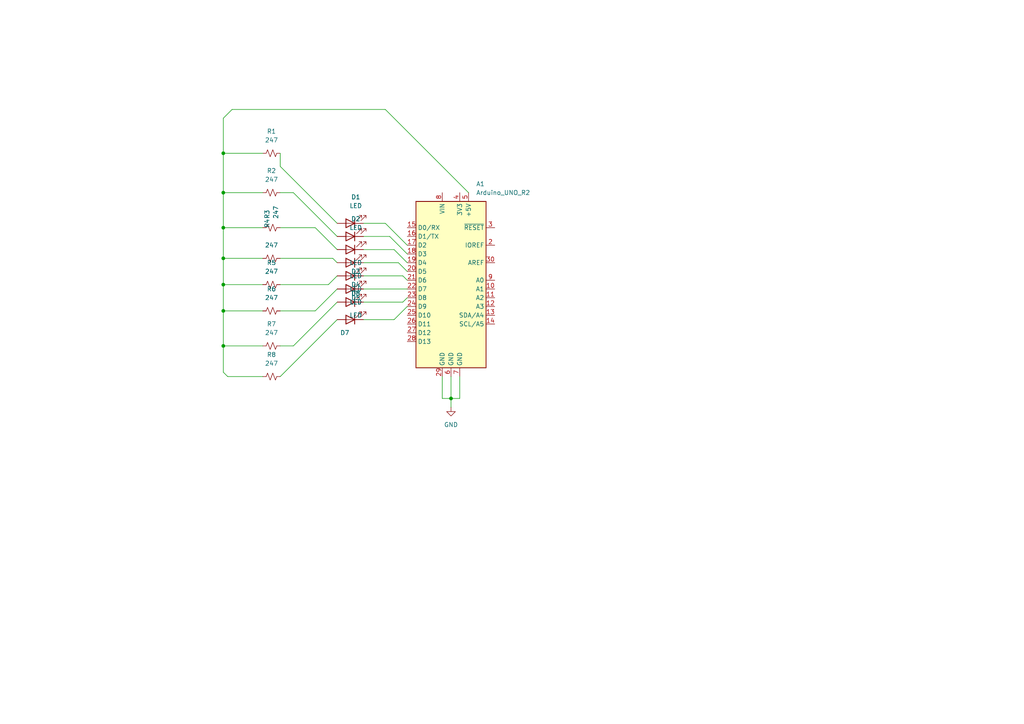
<source format=kicad_sch>
(kicad_sch (version 20230121) (generator eeschema)

  (uuid def8a1bb-2a9e-4ba1-a3a5-c95dfae714fc)

  (paper "A4")

  (title_block
    (title "Arduino UNO LED Shield ")
    (date "16/01/2024")
    (rev "1")
    (company "HOCHIMINH UNIVERSITY OF TECHNOLOGY")
    (comment 1 "Embedded System")
  )

  (lib_symbols
    (symbol "Device:LED" (pin_numbers hide) (pin_names (offset 1.016) hide) (in_bom yes) (on_board yes)
      (property "Reference" "D" (at 0 2.54 0)
        (effects (font (size 1.27 1.27)))
      )
      (property "Value" "LED" (at 0 -2.54 0)
        (effects (font (size 1.27 1.27)))
      )
      (property "Footprint" "" (at 0 0 0)
        (effects (font (size 1.27 1.27)) hide)
      )
      (property "Datasheet" "~" (at 0 0 0)
        (effects (font (size 1.27 1.27)) hide)
      )
      (property "ki_keywords" "LED diode" (at 0 0 0)
        (effects (font (size 1.27 1.27)) hide)
      )
      (property "ki_description" "Light emitting diode" (at 0 0 0)
        (effects (font (size 1.27 1.27)) hide)
      )
      (property "ki_fp_filters" "LED* LED_SMD:* LED_THT:*" (at 0 0 0)
        (effects (font (size 1.27 1.27)) hide)
      )
      (symbol "LED_0_1"
        (polyline
          (pts
            (xy -1.27 -1.27)
            (xy -1.27 1.27)
          )
          (stroke (width 0.254) (type default))
          (fill (type none))
        )
        (polyline
          (pts
            (xy -1.27 0)
            (xy 1.27 0)
          )
          (stroke (width 0) (type default))
          (fill (type none))
        )
        (polyline
          (pts
            (xy 1.27 -1.27)
            (xy 1.27 1.27)
            (xy -1.27 0)
            (xy 1.27 -1.27)
          )
          (stroke (width 0.254) (type default))
          (fill (type none))
        )
        (polyline
          (pts
            (xy -3.048 -0.762)
            (xy -4.572 -2.286)
            (xy -3.81 -2.286)
            (xy -4.572 -2.286)
            (xy -4.572 -1.524)
          )
          (stroke (width 0) (type default))
          (fill (type none))
        )
        (polyline
          (pts
            (xy -1.778 -0.762)
            (xy -3.302 -2.286)
            (xy -2.54 -2.286)
            (xy -3.302 -2.286)
            (xy -3.302 -1.524)
          )
          (stroke (width 0) (type default))
          (fill (type none))
        )
      )
      (symbol "LED_1_1"
        (pin passive line (at -3.81 0 0) (length 2.54)
          (name "K" (effects (font (size 1.27 1.27))))
          (number "1" (effects (font (size 1.27 1.27))))
        )
        (pin passive line (at 3.81 0 180) (length 2.54)
          (name "A" (effects (font (size 1.27 1.27))))
          (number "2" (effects (font (size 1.27 1.27))))
        )
      )
    )
    (symbol "Device:R_Small_US" (pin_numbers hide) (pin_names (offset 0.254) hide) (in_bom yes) (on_board yes)
      (property "Reference" "R" (at 0.762 0.508 0)
        (effects (font (size 1.27 1.27)) (justify left))
      )
      (property "Value" "R_Small_US" (at 0.762 -1.016 0)
        (effects (font (size 1.27 1.27)) (justify left))
      )
      (property "Footprint" "" (at 0 0 0)
        (effects (font (size 1.27 1.27)) hide)
      )
      (property "Datasheet" "~" (at 0 0 0)
        (effects (font (size 1.27 1.27)) hide)
      )
      (property "ki_keywords" "r resistor" (at 0 0 0)
        (effects (font (size 1.27 1.27)) hide)
      )
      (property "ki_description" "Resistor, small US symbol" (at 0 0 0)
        (effects (font (size 1.27 1.27)) hide)
      )
      (property "ki_fp_filters" "R_*" (at 0 0 0)
        (effects (font (size 1.27 1.27)) hide)
      )
      (symbol "R_Small_US_1_1"
        (polyline
          (pts
            (xy 0 0)
            (xy 1.016 -0.381)
            (xy 0 -0.762)
            (xy -1.016 -1.143)
            (xy 0 -1.524)
          )
          (stroke (width 0) (type default))
          (fill (type none))
        )
        (polyline
          (pts
            (xy 0 1.524)
            (xy 1.016 1.143)
            (xy 0 0.762)
            (xy -1.016 0.381)
            (xy 0 0)
          )
          (stroke (width 0) (type default))
          (fill (type none))
        )
        (pin passive line (at 0 2.54 270) (length 1.016)
          (name "~" (effects (font (size 1.27 1.27))))
          (number "1" (effects (font (size 1.27 1.27))))
        )
        (pin passive line (at 0 -2.54 90) (length 1.016)
          (name "~" (effects (font (size 1.27 1.27))))
          (number "2" (effects (font (size 1.27 1.27))))
        )
      )
    )
    (symbol "MCU_Module:Arduino_UNO_R2" (in_bom yes) (on_board yes)
      (property "Reference" "A" (at -10.16 23.495 0)
        (effects (font (size 1.27 1.27)) (justify left bottom))
      )
      (property "Value" "Arduino_UNO_R2" (at 5.08 -26.67 0)
        (effects (font (size 1.27 1.27)) (justify left top))
      )
      (property "Footprint" "Module:Arduino_UNO_R2" (at 0 0 0)
        (effects (font (size 1.27 1.27) italic) hide)
      )
      (property "Datasheet" "https://www.arduino.cc/en/Main/arduinoBoardUno" (at 0 0 0)
        (effects (font (size 1.27 1.27)) hide)
      )
      (property "ki_keywords" "Arduino UNO R3 Microcontroller Module Atmel AVR USB" (at 0 0 0)
        (effects (font (size 1.27 1.27)) hide)
      )
      (property "ki_description" "Arduino UNO Microcontroller Module, release 2" (at 0 0 0)
        (effects (font (size 1.27 1.27)) hide)
      )
      (property "ki_fp_filters" "Arduino*UNO*R2*" (at 0 0 0)
        (effects (font (size 1.27 1.27)) hide)
      )
      (symbol "Arduino_UNO_R2_0_1"
        (rectangle (start -10.16 22.86) (end 10.16 -25.4)
          (stroke (width 0.254) (type default))
          (fill (type background))
        )
      )
      (symbol "Arduino_UNO_R2_1_1"
        (pin no_connect line (at -10.16 -20.32 0) (length 2.54) hide
          (name "NC" (effects (font (size 1.27 1.27))))
          (number "1" (effects (font (size 1.27 1.27))))
        )
        (pin bidirectional line (at 12.7 -2.54 180) (length 2.54)
          (name "A1" (effects (font (size 1.27 1.27))))
          (number "10" (effects (font (size 1.27 1.27))))
        )
        (pin bidirectional line (at 12.7 -5.08 180) (length 2.54)
          (name "A2" (effects (font (size 1.27 1.27))))
          (number "11" (effects (font (size 1.27 1.27))))
        )
        (pin bidirectional line (at 12.7 -7.62 180) (length 2.54)
          (name "A3" (effects (font (size 1.27 1.27))))
          (number "12" (effects (font (size 1.27 1.27))))
        )
        (pin bidirectional line (at 12.7 -10.16 180) (length 2.54)
          (name "SDA/A4" (effects (font (size 1.27 1.27))))
          (number "13" (effects (font (size 1.27 1.27))))
        )
        (pin bidirectional line (at 12.7 -12.7 180) (length 2.54)
          (name "SCL/A5" (effects (font (size 1.27 1.27))))
          (number "14" (effects (font (size 1.27 1.27))))
        )
        (pin bidirectional line (at -12.7 15.24 0) (length 2.54)
          (name "D0/RX" (effects (font (size 1.27 1.27))))
          (number "15" (effects (font (size 1.27 1.27))))
        )
        (pin bidirectional line (at -12.7 12.7 0) (length 2.54)
          (name "D1/TX" (effects (font (size 1.27 1.27))))
          (number "16" (effects (font (size 1.27 1.27))))
        )
        (pin bidirectional line (at -12.7 10.16 0) (length 2.54)
          (name "D2" (effects (font (size 1.27 1.27))))
          (number "17" (effects (font (size 1.27 1.27))))
        )
        (pin bidirectional line (at -12.7 7.62 0) (length 2.54)
          (name "D3" (effects (font (size 1.27 1.27))))
          (number "18" (effects (font (size 1.27 1.27))))
        )
        (pin bidirectional line (at -12.7 5.08 0) (length 2.54)
          (name "D4" (effects (font (size 1.27 1.27))))
          (number "19" (effects (font (size 1.27 1.27))))
        )
        (pin output line (at 12.7 10.16 180) (length 2.54)
          (name "IOREF" (effects (font (size 1.27 1.27))))
          (number "2" (effects (font (size 1.27 1.27))))
        )
        (pin bidirectional line (at -12.7 2.54 0) (length 2.54)
          (name "D5" (effects (font (size 1.27 1.27))))
          (number "20" (effects (font (size 1.27 1.27))))
        )
        (pin bidirectional line (at -12.7 0 0) (length 2.54)
          (name "D6" (effects (font (size 1.27 1.27))))
          (number "21" (effects (font (size 1.27 1.27))))
        )
        (pin bidirectional line (at -12.7 -2.54 0) (length 2.54)
          (name "D7" (effects (font (size 1.27 1.27))))
          (number "22" (effects (font (size 1.27 1.27))))
        )
        (pin bidirectional line (at -12.7 -5.08 0) (length 2.54)
          (name "D8" (effects (font (size 1.27 1.27))))
          (number "23" (effects (font (size 1.27 1.27))))
        )
        (pin bidirectional line (at -12.7 -7.62 0) (length 2.54)
          (name "D9" (effects (font (size 1.27 1.27))))
          (number "24" (effects (font (size 1.27 1.27))))
        )
        (pin bidirectional line (at -12.7 -10.16 0) (length 2.54)
          (name "D10" (effects (font (size 1.27 1.27))))
          (number "25" (effects (font (size 1.27 1.27))))
        )
        (pin bidirectional line (at -12.7 -12.7 0) (length 2.54)
          (name "D11" (effects (font (size 1.27 1.27))))
          (number "26" (effects (font (size 1.27 1.27))))
        )
        (pin bidirectional line (at -12.7 -15.24 0) (length 2.54)
          (name "D12" (effects (font (size 1.27 1.27))))
          (number "27" (effects (font (size 1.27 1.27))))
        )
        (pin bidirectional line (at -12.7 -17.78 0) (length 2.54)
          (name "D13" (effects (font (size 1.27 1.27))))
          (number "28" (effects (font (size 1.27 1.27))))
        )
        (pin power_in line (at -2.54 -27.94 90) (length 2.54)
          (name "GND" (effects (font (size 1.27 1.27))))
          (number "29" (effects (font (size 1.27 1.27))))
        )
        (pin input line (at 12.7 15.24 180) (length 2.54)
          (name "~{RESET}" (effects (font (size 1.27 1.27))))
          (number "3" (effects (font (size 1.27 1.27))))
        )
        (pin input line (at 12.7 5.08 180) (length 2.54)
          (name "AREF" (effects (font (size 1.27 1.27))))
          (number "30" (effects (font (size 1.27 1.27))))
        )
        (pin power_out line (at 2.54 25.4 270) (length 2.54)
          (name "3V3" (effects (font (size 1.27 1.27))))
          (number "4" (effects (font (size 1.27 1.27))))
        )
        (pin power_out line (at 5.08 25.4 270) (length 2.54)
          (name "+5V" (effects (font (size 1.27 1.27))))
          (number "5" (effects (font (size 1.27 1.27))))
        )
        (pin power_in line (at 0 -27.94 90) (length 2.54)
          (name "GND" (effects (font (size 1.27 1.27))))
          (number "6" (effects (font (size 1.27 1.27))))
        )
        (pin power_in line (at 2.54 -27.94 90) (length 2.54)
          (name "GND" (effects (font (size 1.27 1.27))))
          (number "7" (effects (font (size 1.27 1.27))))
        )
        (pin power_in line (at -2.54 25.4 270) (length 2.54)
          (name "VIN" (effects (font (size 1.27 1.27))))
          (number "8" (effects (font (size 1.27 1.27))))
        )
        (pin bidirectional line (at 12.7 0 180) (length 2.54)
          (name "A0" (effects (font (size 1.27 1.27))))
          (number "9" (effects (font (size 1.27 1.27))))
        )
      )
    )
    (symbol "power:GND" (power) (pin_names (offset 0)) (in_bom yes) (on_board yes)
      (property "Reference" "#PWR" (at 0 -6.35 0)
        (effects (font (size 1.27 1.27)) hide)
      )
      (property "Value" "GND" (at 0 -3.81 0)
        (effects (font (size 1.27 1.27)))
      )
      (property "Footprint" "" (at 0 0 0)
        (effects (font (size 1.27 1.27)) hide)
      )
      (property "Datasheet" "" (at 0 0 0)
        (effects (font (size 1.27 1.27)) hide)
      )
      (property "ki_keywords" "global power" (at 0 0 0)
        (effects (font (size 1.27 1.27)) hide)
      )
      (property "ki_description" "Power symbol creates a global label with name \"GND\" , ground" (at 0 0 0)
        (effects (font (size 1.27 1.27)) hide)
      )
      (symbol "GND_0_1"
        (polyline
          (pts
            (xy 0 0)
            (xy 0 -1.27)
            (xy 1.27 -1.27)
            (xy 0 -2.54)
            (xy -1.27 -1.27)
            (xy 0 -1.27)
          )
          (stroke (width 0) (type default))
          (fill (type none))
        )
      )
      (symbol "GND_1_1"
        (pin power_in line (at 0 0 270) (length 0) hide
          (name "GND" (effects (font (size 1.27 1.27))))
          (number "1" (effects (font (size 1.27 1.27))))
        )
      )
    )
  )

  (junction (at 64.77 74.93) (diameter 0) (color 0 0 0 0)
    (uuid 19ac0a7f-209d-4a96-ae0d-b3e2307a088f)
  )
  (junction (at 64.77 90.17) (diameter 0) (color 0 0 0 0)
    (uuid 27891fda-8416-41c9-ae30-e232eff7b017)
  )
  (junction (at 130.81 115.57) (diameter 0) (color 0 0 0 0)
    (uuid 3fe10acc-ad49-4013-97cf-56a8bcf8c727)
  )
  (junction (at 64.77 100.33) (diameter 0) (color 0 0 0 0)
    (uuid 742a410d-bf17-40e7-97cc-3e89ba69a0c0)
  )
  (junction (at 64.77 44.45) (diameter 0) (color 0 0 0 0)
    (uuid acdc93f4-9e74-48ca-b6ad-c386416bd8e5)
  )
  (junction (at 64.77 66.04) (diameter 0) (color 0 0 0 0)
    (uuid afa5fc11-7ca9-4f5f-8967-e5bde099c136)
  )
  (junction (at 64.77 55.88) (diameter 0) (color 0 0 0 0)
    (uuid b6624cd5-2043-45bc-810b-6f3dcad2944e)
  )
  (junction (at 64.77 82.55) (diameter 0) (color 0 0 0 0)
    (uuid d88356ff-d57c-41c8-9598-14d6441bd2cd)
  )

  (wire (pts (xy 64.77 82.55) (xy 76.2 82.55))
    (stroke (width 0) (type default))
    (uuid 06454206-74c8-4349-b140-2524fd0c649f)
  )
  (wire (pts (xy 105.41 76.2) (xy 115.57 76.2))
    (stroke (width 0) (type default))
    (uuid 12e8bbf2-9b5e-4514-b7cc-c7ac0c4781d8)
  )
  (wire (pts (xy 115.57 76.2) (xy 118.11 78.74))
    (stroke (width 0) (type default))
    (uuid 1623d546-4b53-4a9f-b977-5a4ccac6aad3)
  )
  (wire (pts (xy 81.28 66.04) (xy 91.44 66.04))
    (stroke (width 0) (type default))
    (uuid 17c2b29f-1410-4e32-a983-38d56340bb1f)
  )
  (wire (pts (xy 64.77 100.33) (xy 76.2 100.33))
    (stroke (width 0) (type default))
    (uuid 295d8ba8-f6f8-4d69-b97d-732fde47d883)
  )
  (wire (pts (xy 81.28 100.33) (xy 85.09 100.33))
    (stroke (width 0) (type default))
    (uuid 2f316d4e-48b9-400e-833d-0229e4ac9747)
  )
  (wire (pts (xy 81.28 109.22) (xy 97.79 92.71))
    (stroke (width 0) (type default))
    (uuid 3115797f-90d5-4c2a-970e-8619c40c98d8)
  )
  (wire (pts (xy 105.41 72.39) (xy 114.3 72.39))
    (stroke (width 0) (type default))
    (uuid 357c99d5-fa69-4ac2-bda3-c0d2a82aef26)
  )
  (wire (pts (xy 64.77 107.95) (xy 64.77 100.33))
    (stroke (width 0) (type default))
    (uuid 38aee794-22ea-4aa4-9ef6-b4b0ef29555d)
  )
  (wire (pts (xy 111.76 64.77) (xy 118.11 71.12))
    (stroke (width 0) (type default))
    (uuid 3c9ef6c5-24b7-4875-bfa8-ce7c53c005fa)
  )
  (wire (pts (xy 105.41 92.71) (xy 114.3 92.71))
    (stroke (width 0) (type default))
    (uuid 44ab1d66-eff8-4f2b-8b6c-21a66a5852e2)
  )
  (wire (pts (xy 81.28 55.88) (xy 85.09 55.88))
    (stroke (width 0) (type default))
    (uuid 49d671c0-b9f0-4874-a965-d4daa8a8f147)
  )
  (wire (pts (xy 64.77 44.45) (xy 76.2 44.45))
    (stroke (width 0) (type default))
    (uuid 4b6fb382-8cfc-4504-80b4-14464ca15df0)
  )
  (wire (pts (xy 130.81 115.57) (xy 130.81 118.11))
    (stroke (width 0) (type default))
    (uuid 4d3cc23b-ea09-4ae4-b477-7772d18002d0)
  )
  (wire (pts (xy 133.35 109.22) (xy 133.35 115.57))
    (stroke (width 0) (type default))
    (uuid 4fbe3fa1-efec-40ca-a7b0-11885517e210)
  )
  (wire (pts (xy 81.28 44.45) (xy 81.28 48.26))
    (stroke (width 0) (type default))
    (uuid 5481df99-2111-4278-877a-0b6f7e5bf6c7)
  )
  (wire (pts (xy 128.27 115.57) (xy 130.81 115.57))
    (stroke (width 0) (type default))
    (uuid 55c25e12-d45a-43a0-b756-63278d9a30f5)
  )
  (wire (pts (xy 81.28 48.26) (xy 97.79 64.77))
    (stroke (width 0) (type default))
    (uuid 5727f30e-d145-4411-9149-3181fa36005e)
  )
  (wire (pts (xy 133.35 115.57) (xy 130.81 115.57))
    (stroke (width 0) (type default))
    (uuid 5ac5dc8b-0820-406e-9c4c-ec53ecbcdeba)
  )
  (wire (pts (xy 67.31 31.75) (xy 111.76 31.75))
    (stroke (width 0) (type default))
    (uuid 638e4250-9099-4db3-bc6a-c66893de762f)
  )
  (wire (pts (xy 114.3 72.39) (xy 118.11 76.2))
    (stroke (width 0) (type default))
    (uuid 70e2f4b9-094a-4f1d-885e-11fb0e71f57d)
  )
  (wire (pts (xy 91.44 90.17) (xy 97.79 83.82))
    (stroke (width 0) (type default))
    (uuid 7495ffee-6949-47cd-9602-5be50d3eeb93)
  )
  (wire (pts (xy 64.77 74.93) (xy 64.77 66.04))
    (stroke (width 0) (type default))
    (uuid 7528127f-c2df-411f-889e-811e325f9fb2)
  )
  (wire (pts (xy 105.41 64.77) (xy 111.76 64.77))
    (stroke (width 0) (type default))
    (uuid 7bc7fc70-c260-4d2e-98c9-ce7bbfd567b2)
  )
  (wire (pts (xy 64.77 74.93) (xy 76.2 74.93))
    (stroke (width 0) (type default))
    (uuid 81f61a58-de91-4d0a-a8d6-9da75426a17f)
  )
  (wire (pts (xy 95.25 82.55) (xy 97.79 80.01))
    (stroke (width 0) (type default))
    (uuid 824be819-cfc4-4a57-ad2b-f4dbcea01bb4)
  )
  (wire (pts (xy 76.2 109.22) (xy 66.04 109.22))
    (stroke (width 0) (type default))
    (uuid 86183a65-cb55-4f93-a938-95fc93b75738)
  )
  (wire (pts (xy 128.27 109.22) (xy 128.27 115.57))
    (stroke (width 0) (type default))
    (uuid 88d05796-78fd-4536-8a2f-a79fb9dc3d9b)
  )
  (wire (pts (xy 130.81 109.22) (xy 130.81 115.57))
    (stroke (width 0) (type default))
    (uuid 8cc27dc6-ed42-4529-94db-4214addf498e)
  )
  (wire (pts (xy 105.41 68.58) (xy 113.03 68.58))
    (stroke (width 0) (type default))
    (uuid 8f4e0ac2-3335-4be6-9e33-b6545f7cd48d)
  )
  (wire (pts (xy 64.77 90.17) (xy 64.77 82.55))
    (stroke (width 0) (type default))
    (uuid 943d8f79-ac93-4111-9631-15eaabfc0814)
  )
  (wire (pts (xy 64.77 34.29) (xy 67.31 31.75))
    (stroke (width 0) (type default))
    (uuid 956fec4d-7392-4a0d-a424-bdbac57f02db)
  )
  (wire (pts (xy 85.09 100.33) (xy 97.79 87.63))
    (stroke (width 0) (type default))
    (uuid 9902852e-ff80-4eda-bbaf-85c8a08411ac)
  )
  (wire (pts (xy 116.84 80.01) (xy 118.11 81.28))
    (stroke (width 0) (type default))
    (uuid 9fcd78aa-8e89-41e9-8fa5-4b13d4643e68)
  )
  (wire (pts (xy 64.77 66.04) (xy 76.2 66.04))
    (stroke (width 0) (type default))
    (uuid aba40ecb-59f4-4358-8076-ae366251e181)
  )
  (wire (pts (xy 64.77 44.45) (xy 64.77 34.29))
    (stroke (width 0) (type default))
    (uuid aeacac8f-3691-4ecd-857b-58a1dd8bf07b)
  )
  (wire (pts (xy 105.41 83.82) (xy 118.11 83.82))
    (stroke (width 0) (type default))
    (uuid b0540122-56aa-42e3-ada0-a8010de81daf)
  )
  (wire (pts (xy 64.77 90.17) (xy 76.2 90.17))
    (stroke (width 0) (type default))
    (uuid b16ec109-f024-4c57-8ae2-bc590134f084)
  )
  (wire (pts (xy 81.28 90.17) (xy 91.44 90.17))
    (stroke (width 0) (type default))
    (uuid b373e745-8afc-4eb3-a8bd-99239bdd9496)
  )
  (wire (pts (xy 81.28 82.55) (xy 95.25 82.55))
    (stroke (width 0) (type default))
    (uuid b5063694-ae73-4773-8765-5faeee7ec0d4)
  )
  (wire (pts (xy 66.04 109.22) (xy 64.77 107.95))
    (stroke (width 0) (type default))
    (uuid c37d312e-5303-4b0a-830b-7c1d79304e21)
  )
  (wire (pts (xy 105.41 87.63) (xy 116.84 87.63))
    (stroke (width 0) (type default))
    (uuid ca5847d6-de1a-4fdf-995b-fc717e0b6b78)
  )
  (wire (pts (xy 114.3 92.71) (xy 118.11 88.9))
    (stroke (width 0) (type default))
    (uuid cf02ca48-7994-458e-a483-90a05592fcdb)
  )
  (wire (pts (xy 81.28 74.93) (xy 96.52 74.93))
    (stroke (width 0) (type default))
    (uuid d346b791-d2d0-4358-b9d7-1837b5fdaf34)
  )
  (wire (pts (xy 64.77 100.33) (xy 64.77 90.17))
    (stroke (width 0) (type default))
    (uuid dba09f8e-2d39-4da0-8b11-3e52a9c2a8a4)
  )
  (wire (pts (xy 64.77 82.55) (xy 64.77 74.93))
    (stroke (width 0) (type default))
    (uuid ddd65e4d-eecf-4fa3-b736-9876220cf648)
  )
  (wire (pts (xy 105.41 80.01) (xy 116.84 80.01))
    (stroke (width 0) (type default))
    (uuid e2b89729-c27a-4dd5-ad6f-622a305e3450)
  )
  (wire (pts (xy 111.76 31.75) (xy 135.89 55.88))
    (stroke (width 0) (type default))
    (uuid e3de2a86-3fbf-4343-87cb-bdd0fa925d72)
  )
  (wire (pts (xy 96.52 74.93) (xy 97.79 76.2))
    (stroke (width 0) (type default))
    (uuid e720f16d-5941-4c47-bf33-c6125422ec3a)
  )
  (wire (pts (xy 116.84 87.63) (xy 118.11 86.36))
    (stroke (width 0) (type default))
    (uuid e8251091-8fd0-4a70-92c8-a9da757d70d2)
  )
  (wire (pts (xy 64.77 66.04) (xy 64.77 55.88))
    (stroke (width 0) (type default))
    (uuid ea977f89-a427-427d-8ddb-40add83a566a)
  )
  (wire (pts (xy 113.03 68.58) (xy 118.11 73.66))
    (stroke (width 0) (type default))
    (uuid ec4aa956-4390-4e8e-a6f6-736cfc5eba6b)
  )
  (wire (pts (xy 64.77 55.88) (xy 64.77 44.45))
    (stroke (width 0) (type default))
    (uuid ef3f7172-7c65-487b-bf23-87fc0a2d5a6c)
  )
  (wire (pts (xy 64.77 55.88) (xy 76.2 55.88))
    (stroke (width 0) (type default))
    (uuid ef544fe2-7f9f-4701-9b52-d83fdb407972)
  )
  (wire (pts (xy 91.44 66.04) (xy 97.79 72.39))
    (stroke (width 0) (type default))
    (uuid f4380cd7-0a41-4d3c-9b41-f17070c46cd2)
  )
  (wire (pts (xy 85.09 55.88) (xy 97.79 68.58))
    (stroke (width 0) (type default))
    (uuid fcdf642e-0e98-4787-b44e-5e15a32d1d8e)
  )

  (symbol (lib_id "Device:LED") (at 101.6 76.2 180) (unit 1)
    (in_bom yes) (on_board yes) (dnp no) (fields_autoplaced)
    (uuid 1648c1d8-fd12-4092-970c-c203c0f2050b)
    (property "Reference" "D4" (at 103.1875 82.55 0)
      (effects (font (size 1.27 1.27)))
    )
    (property "Value" "LED" (at 103.1875 80.01 0)
      (effects (font (size 1.27 1.27)))
    )
    (property "Footprint" "LED_SMD:LED_0805_2012Metric" (at 101.6 76.2 0)
      (effects (font (size 1.27 1.27)) hide)
    )
    (property "Datasheet" "~" (at 101.6 76.2 0)
      (effects (font (size 1.27 1.27)) hide)
    )
    (pin "1" (uuid 727c2896-c8b6-4443-b3fd-a77a9319368f))
    (pin "2" (uuid b2dc7257-1c0a-4ad1-8f81-02e8165302f9))
    (instances
      (project "HW1"
        (path "/def8a1bb-2a9e-4ba1-a3a5-c95dfae714fc"
          (reference "D4") (unit 1)
        )
      )
    )
  )

  (symbol (lib_id "power:GND") (at 130.81 118.11 0) (unit 1)
    (in_bom yes) (on_board yes) (dnp no) (fields_autoplaced)
    (uuid 25502af1-7f07-49d8-b3a5-3b794f01527a)
    (property "Reference" "#PWR02" (at 130.81 124.46 0)
      (effects (font (size 1.27 1.27)) hide)
    )
    (property "Value" "GND" (at 130.81 123.19 0)
      (effects (font (size 1.27 1.27)))
    )
    (property "Footprint" "" (at 130.81 118.11 0)
      (effects (font (size 1.27 1.27)) hide)
    )
    (property "Datasheet" "" (at 130.81 118.11 0)
      (effects (font (size 1.27 1.27)) hide)
    )
    (pin "1" (uuid 05325d10-4769-4b78-beff-dedcc7f0d185))
    (instances
      (project "HW1"
        (path "/def8a1bb-2a9e-4ba1-a3a5-c95dfae714fc"
          (reference "#PWR02") (unit 1)
        )
      )
    )
  )

  (symbol (lib_id "Device:LED") (at 101.6 72.39 180) (unit 1)
    (in_bom yes) (on_board yes) (dnp no)
    (uuid 2caeaac7-9c89-4274-b608-035ef280cbc5)
    (property "Reference" "D3" (at 103.1875 78.74 0)
      (effects (font (size 1.27 1.27)))
    )
    (property "Value" "LED" (at 103.1875 76.2 0)
      (effects (font (size 1.27 1.27)))
    )
    (property "Footprint" "LED_SMD:LED_0805_2012Metric" (at 101.6 72.39 0)
      (effects (font (size 1.27 1.27)) hide)
    )
    (property "Datasheet" "~" (at 101.6 72.39 0)
      (effects (font (size 1.27 1.27)) hide)
    )
    (pin "2" (uuid 51ec3676-9ee7-49a4-a394-b8cd7d64a0dd))
    (pin "1" (uuid bd32c28a-64bf-42ea-aabc-eaead6aefc85))
    (instances
      (project "HW1"
        (path "/def8a1bb-2a9e-4ba1-a3a5-c95dfae714fc"
          (reference "D3") (unit 1)
        )
      )
    )
  )

  (symbol (lib_id "Device:LED") (at 101.6 92.71 180) (unit 1)
    (in_bom yes) (on_board yes) (dnp no)
    (uuid 2f111db0-5d6f-4663-b6e7-7cd23e2e58e8)
    (property "Reference" "D8" (at 103.1875 85.09 0)
      (effects (font (size 1.27 1.27)))
    )
    (property "Value" "LED" (at 103.1875 87.63 0)
      (effects (font (size 1.27 1.27)))
    )
    (property "Footprint" "LED_SMD:LED_0805_2012Metric" (at 101.6 92.71 0)
      (effects (font (size 1.27 1.27)) hide)
    )
    (property "Datasheet" "~" (at 101.6 92.71 0)
      (effects (font (size 1.27 1.27)) hide)
    )
    (pin "1" (uuid fa29585d-58e4-4dd9-b9d5-f637bf12ff9c))
    (pin "2" (uuid f8ca7584-a427-4b92-b622-f89e3a24cbab))
    (instances
      (project "HW1"
        (path "/def8a1bb-2a9e-4ba1-a3a5-c95dfae714fc"
          (reference "D8") (unit 1)
        )
      )
    )
  )

  (symbol (lib_id "Device:R_Small_US") (at 78.74 109.22 90) (unit 1)
    (in_bom yes) (on_board yes) (dnp no) (fields_autoplaced)
    (uuid 3c651110-9087-48d3-82a5-a81ee64b4938)
    (property "Reference" "R8" (at 78.74 102.87 90)
      (effects (font (size 1.27 1.27)))
    )
    (property "Value" "247" (at 78.74 105.41 90)
      (effects (font (size 1.27 1.27)))
    )
    (property "Footprint" "Resistor_SMD:R_0603_1608Metric" (at 78.74 109.22 0)
      (effects (font (size 1.27 1.27)) hide)
    )
    (property "Datasheet" "~" (at 78.74 109.22 0)
      (effects (font (size 1.27 1.27)) hide)
    )
    (pin "2" (uuid f525e1ca-d33f-408d-8264-ed783b453f65))
    (pin "1" (uuid 48b2cf87-d2c9-479c-bce9-6825a01740c0))
    (instances
      (project "HW1"
        (path "/def8a1bb-2a9e-4ba1-a3a5-c95dfae714fc"
          (reference "R8") (unit 1)
        )
      )
    )
  )

  (symbol (lib_id "Device:R_Small_US") (at 78.74 90.17 90) (unit 1)
    (in_bom yes) (on_board yes) (dnp no) (fields_autoplaced)
    (uuid 42674715-0ca2-4e63-a3d7-326e4542fcb1)
    (property "Reference" "R6" (at 78.74 83.82 90)
      (effects (font (size 1.27 1.27)))
    )
    (property "Value" "247" (at 78.74 86.36 90)
      (effects (font (size 1.27 1.27)))
    )
    (property "Footprint" "Resistor_SMD:R_0603_1608Metric" (at 78.74 90.17 0)
      (effects (font (size 1.27 1.27)) hide)
    )
    (property "Datasheet" "~" (at 78.74 90.17 0)
      (effects (font (size 1.27 1.27)) hide)
    )
    (pin "2" (uuid f525e1ca-d33f-408d-8264-ed783b453f65))
    (pin "1" (uuid 48b2cf87-d2c9-479c-bce9-6825a01740c0))
    (instances
      (project "HW1"
        (path "/def8a1bb-2a9e-4ba1-a3a5-c95dfae714fc"
          (reference "R6") (unit 1)
        )
      )
    )
  )

  (symbol (lib_id "Device:R_Small_US") (at 78.74 44.45 90) (unit 1)
    (in_bom yes) (on_board yes) (dnp no) (fields_autoplaced)
    (uuid 4c7917c6-788f-44db-bf9f-bfbdded9d171)
    (property "Reference" "R1" (at 78.74 38.1 90)
      (effects (font (size 1.27 1.27)))
    )
    (property "Value" "247" (at 78.74 40.64 90)
      (effects (font (size 1.27 1.27)))
    )
    (property "Footprint" "Resistor_SMD:R_0603_1608Metric" (at 78.74 44.45 0)
      (effects (font (size 1.27 1.27)) hide)
    )
    (property "Datasheet" "~" (at 78.74 44.45 0)
      (effects (font (size 1.27 1.27)) hide)
    )
    (pin "2" (uuid f525e1ca-d33f-408d-8264-ed783b453f65))
    (pin "1" (uuid 48b2cf87-d2c9-479c-bce9-6825a01740c0))
    (instances
      (project "HW1"
        (path "/def8a1bb-2a9e-4ba1-a3a5-c95dfae714fc"
          (reference "R1") (unit 1)
        )
      )
    )
  )

  (symbol (lib_id "Device:LED") (at 101.6 64.77 180) (unit 1)
    (in_bom yes) (on_board yes) (dnp no) (fields_autoplaced)
    (uuid 4dd8fa3c-0575-41d1-9d84-47099571a98e)
    (property "Reference" "D1" (at 103.1875 57.15 0)
      (effects (font (size 1.27 1.27)))
    )
    (property "Value" "LED" (at 103.1875 59.69 0)
      (effects (font (size 1.27 1.27)))
    )
    (property "Footprint" "LED_SMD:LED_0805_2012Metric" (at 101.6 64.77 0)
      (effects (font (size 1.27 1.27)) hide)
    )
    (property "Datasheet" "~" (at 101.6 64.77 0)
      (effects (font (size 1.27 1.27)) hide)
    )
    (pin "2" (uuid d57b2953-b081-44b2-a168-1cc9ba31d2d1))
    (pin "1" (uuid ff08a098-414e-4240-b9ab-46f73af620be))
    (instances
      (project "HW1"
        (path "/def8a1bb-2a9e-4ba1-a3a5-c95dfae714fc"
          (reference "D1") (unit 1)
        )
      )
    )
  )

  (symbol (lib_id "Device:LED") (at 101.6 80.01 180) (unit 1)
    (in_bom yes) (on_board yes) (dnp no) (fields_autoplaced)
    (uuid 6029a0a6-a95a-47b8-87a4-2d864e3313a0)
    (property "Reference" "D5" (at 103.1875 86.36 0)
      (effects (font (size 1.27 1.27)))
    )
    (property "Value" "LED" (at 103.1875 83.82 0)
      (effects (font (size 1.27 1.27)))
    )
    (property "Footprint" "LED_SMD:LED_0805_2012Metric" (at 101.6 80.01 0)
      (effects (font (size 1.27 1.27)) hide)
    )
    (property "Datasheet" "~" (at 101.6 80.01 0)
      (effects (font (size 1.27 1.27)) hide)
    )
    (pin "2" (uuid 5e4969a5-f03f-4739-bd6f-952514fb7d6a))
    (pin "1" (uuid 54034aae-e3f7-410f-8b56-fc994f06d82e))
    (instances
      (project "HW1"
        (path "/def8a1bb-2a9e-4ba1-a3a5-c95dfae714fc"
          (reference "D5") (unit 1)
        )
      )
    )
  )

  (symbol (lib_id "Device:LED") (at 101.6 68.58 180) (unit 1)
    (in_bom yes) (on_board yes) (dnp no)
    (uuid 6e51dea8-5e2a-425c-91b7-49619d505fba)
    (property "Reference" "D2" (at 103.1875 63.5 0)
      (effects (font (size 1.27 1.27)))
    )
    (property "Value" "LED" (at 103.1875 66.04 0)
      (effects (font (size 1.27 1.27)))
    )
    (property "Footprint" "LED_SMD:LED_0805_2012Metric" (at 101.6 68.58 0)
      (effects (font (size 1.27 1.27)) hide)
    )
    (property "Datasheet" "~" (at 101.6 68.58 0)
      (effects (font (size 1.27 1.27)) hide)
    )
    (pin "1" (uuid c0a39797-9e29-48aa-9c2c-f22d636788cf))
    (pin "2" (uuid e0c4e2fb-d519-4c78-8512-69934ecd48bf))
    (instances
      (project "HW1"
        (path "/def8a1bb-2a9e-4ba1-a3a5-c95dfae714fc"
          (reference "D2") (unit 1)
        )
      )
    )
  )

  (symbol (lib_id "Device:R_Small_US") (at 78.74 100.33 90) (unit 1)
    (in_bom yes) (on_board yes) (dnp no) (fields_autoplaced)
    (uuid 720fdbf5-2dad-4a0b-b86d-5e34b98f98c1)
    (property "Reference" "R7" (at 78.74 93.98 90)
      (effects (font (size 1.27 1.27)))
    )
    (property "Value" "247" (at 78.74 96.52 90)
      (effects (font (size 1.27 1.27)))
    )
    (property "Footprint" "Resistor_SMD:R_0603_1608Metric" (at 78.74 100.33 0)
      (effects (font (size 1.27 1.27)) hide)
    )
    (property "Datasheet" "~" (at 78.74 100.33 0)
      (effects (font (size 1.27 1.27)) hide)
    )
    (pin "2" (uuid f525e1ca-d33f-408d-8264-ed783b453f65))
    (pin "1" (uuid 48b2cf87-d2c9-479c-bce9-6825a01740c0))
    (instances
      (project "HW1"
        (path "/def8a1bb-2a9e-4ba1-a3a5-c95dfae714fc"
          (reference "R7") (unit 1)
        )
      )
    )
  )

  (symbol (lib_id "Device:R_Small_US") (at 78.74 74.93 90) (unit 1)
    (in_bom yes) (on_board yes) (dnp no)
    (uuid 888ed8dc-c45d-4200-b014-f461a37f9b53)
    (property "Reference" "R4" (at 77.47 64.77 0)
      (effects (font (size 1.27 1.27)))
    )
    (property "Value" "247" (at 78.74 71.12 90)
      (effects (font (size 1.27 1.27)))
    )
    (property "Footprint" "Resistor_SMD:R_0603_1608Metric" (at 78.74 74.93 0)
      (effects (font (size 1.27 1.27)) hide)
    )
    (property "Datasheet" "~" (at 78.74 74.93 0)
      (effects (font (size 1.27 1.27)) hide)
    )
    (pin "2" (uuid f525e1ca-d33f-408d-8264-ed783b453f65))
    (pin "1" (uuid 48b2cf87-d2c9-479c-bce9-6825a01740c0))
    (instances
      (project "HW1"
        (path "/def8a1bb-2a9e-4ba1-a3a5-c95dfae714fc"
          (reference "R4") (unit 1)
        )
      )
    )
  )

  (symbol (lib_id "MCU_Module:Arduino_UNO_R2") (at 130.81 81.28 0) (unit 1)
    (in_bom yes) (on_board yes) (dnp no) (fields_autoplaced)
    (uuid 91ecb3cc-5d53-4452-a37d-c84bcb132373)
    (property "Reference" "A1" (at 138.0841 53.34 0)
      (effects (font (size 1.27 1.27)) (justify left))
    )
    (property "Value" "Arduino_UNO_R2" (at 138.0841 55.88 0)
      (effects (font (size 1.27 1.27)) (justify left))
    )
    (property "Footprint" "Module:Arduino_UNO_R2" (at 130.81 81.28 0)
      (effects (font (size 1.27 1.27) italic) hide)
    )
    (property "Datasheet" "https://www.arduino.cc/en/Main/arduinoBoardUno" (at 130.81 81.28 0)
      (effects (font (size 1.27 1.27)) hide)
    )
    (pin "12" (uuid 06c197cb-6003-43b7-98fa-22ba16eb9c56))
    (pin "4" (uuid 2adfc0ad-0ffe-42a3-99f1-dfeddffd2634))
    (pin "26" (uuid 8be845b4-b384-4126-8a5f-b76808c27930))
    (pin "13" (uuid 9a8dcab3-36c1-48b3-8486-1389d6e25416))
    (pin "22" (uuid e447f5ce-516a-4521-a787-4b118bd7981f))
    (pin "10" (uuid cd185520-49ee-4058-989f-88b4d90d6b1f))
    (pin "18" (uuid d851926b-83af-4837-a840-5b1e594ce688))
    (pin "24" (uuid a386e8b6-9ad3-4d82-909d-6d2656e4ce09))
    (pin "6" (uuid aed3c59a-adc7-4497-8764-185d5288c28a))
    (pin "5" (uuid 61ba9fe7-a02d-4a58-b08d-ee1242fc68ec))
    (pin "7" (uuid 26336be6-f6cd-4cd3-ae21-ef5d8d38b47f))
    (pin "27" (uuid 7b060f09-d83f-4d05-8f76-c7feef9e4812))
    (pin "29" (uuid 115dd1cc-d98c-4720-8415-e3ff63fafd5d))
    (pin "16" (uuid b7d22932-1e03-4fe4-a235-62952ba127b7))
    (pin "15" (uuid 6ff49150-6b9e-43ff-b5af-e67b9f58e3c4))
    (pin "2" (uuid 69919bde-e834-458a-965c-cf93e8cb5c89))
    (pin "20" (uuid c4ae59d4-8c08-4e17-b78d-ed41962c091e))
    (pin "30" (uuid 41dd1f56-0d1c-48a5-b074-e18e6c1f3f91))
    (pin "14" (uuid 423775b6-5fd0-41bf-b044-41e3288a10b2))
    (pin "8" (uuid 6443546c-57c9-4582-b00d-956618f1e44c))
    (pin "19" (uuid b7e77da1-65d8-428e-85a9-21838752731c))
    (pin "17" (uuid 8a9da809-ca17-419d-878f-9b9e75a100cc))
    (pin "25" (uuid 27c6a784-c95e-4bb4-add3-d901dc031dba))
    (pin "28" (uuid eb8e0e43-2e62-4a35-825f-cfc4ef1220c0))
    (pin "3" (uuid ab8a5fe7-de80-4220-b54f-5515f9ccf3b2))
    (pin "9" (uuid 3d156149-9a11-4336-8705-bc68b6e33c63))
    (pin "11" (uuid 6a9d83bd-4c0f-425a-8f64-c65cd6be054f))
    (pin "21" (uuid 1c19f894-3591-40b2-9927-d63891464a12))
    (pin "23" (uuid c9bce492-2711-456f-841a-173081f93d25))
    (pin "1" (uuid 677f0cd7-0112-4a7c-8871-6ab057160f3b))
    (instances
      (project "HW1"
        (path "/def8a1bb-2a9e-4ba1-a3a5-c95dfae714fc"
          (reference "A1") (unit 1)
        )
      )
    )
  )

  (symbol (lib_id "Device:LED") (at 101.6 83.82 180) (unit 1)
    (in_bom yes) (on_board yes) (dnp no)
    (uuid b13f7def-5931-439c-9e91-393ef4c9eec0)
    (property "Reference" "D6" (at 103.1875 85.09 0)
      (effects (font (size 1.27 1.27)))
    )
    (property "Value" "LED" (at 103.1875 87.63 0)
      (effects (font (size 1.27 1.27)))
    )
    (property "Footprint" "LED_SMD:LED_0805_2012Metric" (at 101.6 83.82 0)
      (effects (font (size 1.27 1.27)) hide)
    )
    (property "Datasheet" "~" (at 101.6 83.82 0)
      (effects (font (size 1.27 1.27)) hide)
    )
    (pin "2" (uuid 558d3204-ec27-4e97-9169-f6b41a00fcad))
    (pin "1" (uuid 6f226ca3-c9fa-4374-89b7-8c34edb4142b))
    (instances
      (project "HW1"
        (path "/def8a1bb-2a9e-4ba1-a3a5-c95dfae714fc"
          (reference "D6") (unit 1)
        )
      )
    )
  )

  (symbol (lib_id "Device:LED") (at 101.6 87.63 180) (unit 1)
    (in_bom yes) (on_board yes) (dnp no)
    (uuid b32e9d58-5242-4f81-8945-0c9e80f78262)
    (property "Reference" "D7" (at 100.0125 96.52 0)
      (effects (font (size 1.27 1.27)))
    )
    (property "Value" "LED" (at 103.1875 91.44 0)
      (effects (font (size 1.27 1.27)))
    )
    (property "Footprint" "LED_SMD:LED_0805_2012Metric" (at 101.6 87.63 0)
      (effects (font (size 1.27 1.27)) hide)
    )
    (property "Datasheet" "~" (at 101.6 87.63 0)
      (effects (font (size 1.27 1.27)) hide)
    )
    (pin "1" (uuid 5cf47a1a-c247-455f-843a-2e4a0b66e8c0))
    (pin "2" (uuid 49165132-765b-48c4-8ce9-5d74cb958571))
    (instances
      (project "HW1"
        (path "/def8a1bb-2a9e-4ba1-a3a5-c95dfae714fc"
          (reference "D7") (unit 1)
        )
      )
    )
  )

  (symbol (lib_id "Device:R_Small_US") (at 78.74 66.04 90) (unit 1)
    (in_bom yes) (on_board yes) (dnp no) (fields_autoplaced)
    (uuid b6ba1258-0876-4725-9a05-7134dd8fb102)
    (property "Reference" "R3" (at 77.47 63.5 0)
      (effects (font (size 1.27 1.27)) (justify left))
    )
    (property "Value" "247" (at 80.01 63.5 0)
      (effects (font (size 1.27 1.27)) (justify left))
    )
    (property "Footprint" "Resistor_SMD:R_0603_1608Metric" (at 78.74 66.04 0)
      (effects (font (size 1.27 1.27)) hide)
    )
    (property "Datasheet" "~" (at 78.74 66.04 0)
      (effects (font (size 1.27 1.27)) hide)
    )
    (pin "2" (uuid 77fcef6d-8dbf-43ba-b6d4-1205b3efc10f))
    (pin "1" (uuid d434c974-8f7b-4d7e-83da-6eb7ec530e72))
    (instances
      (project "HW1"
        (path "/def8a1bb-2a9e-4ba1-a3a5-c95dfae714fc"
          (reference "R3") (unit 1)
        )
      )
    )
  )

  (symbol (lib_id "Device:R_Small_US") (at 78.74 82.55 90) (unit 1)
    (in_bom yes) (on_board yes) (dnp no) (fields_autoplaced)
    (uuid bad9ffb5-0d55-4db4-8237-af302eb7da3c)
    (property "Reference" "R5" (at 78.74 76.2 90)
      (effects (font (size 1.27 1.27)))
    )
    (property "Value" "247" (at 78.74 78.74 90)
      (effects (font (size 1.27 1.27)))
    )
    (property "Footprint" "Resistor_SMD:R_0603_1608Metric" (at 78.74 82.55 0)
      (effects (font (size 1.27 1.27)) hide)
    )
    (property "Datasheet" "~" (at 78.74 82.55 0)
      (effects (font (size 1.27 1.27)) hide)
    )
    (pin "2" (uuid f525e1ca-d33f-408d-8264-ed783b453f65))
    (pin "1" (uuid 48b2cf87-d2c9-479c-bce9-6825a01740c0))
    (instances
      (project "HW1"
        (path "/def8a1bb-2a9e-4ba1-a3a5-c95dfae714fc"
          (reference "R5") (unit 1)
        )
      )
    )
  )

  (symbol (lib_id "Device:R_Small_US") (at 78.74 55.88 90) (unit 1)
    (in_bom yes) (on_board yes) (dnp no) (fields_autoplaced)
    (uuid bcd70925-f40b-4005-b0dc-00dab0da7f1f)
    (property "Reference" "R2" (at 78.74 49.53 90)
      (effects (font (size 1.27 1.27)))
    )
    (property "Value" "247" (at 78.74 52.07 90)
      (effects (font (size 1.27 1.27)))
    )
    (property "Footprint" "Resistor_SMD:R_0603_1608Metric" (at 78.74 55.88 0)
      (effects (font (size 1.27 1.27)) hide)
    )
    (property "Datasheet" "~" (at 78.74 55.88 0)
      (effects (font (size 1.27 1.27)) hide)
    )
    (pin "2" (uuid f525e1ca-d33f-408d-8264-ed783b453f65))
    (pin "1" (uuid 48b2cf87-d2c9-479c-bce9-6825a01740c0))
    (instances
      (project "HW1"
        (path "/def8a1bb-2a9e-4ba1-a3a5-c95dfae714fc"
          (reference "R2") (unit 1)
        )
      )
    )
  )

  (sheet_instances
    (path "/" (page "1"))
  )
)

</source>
